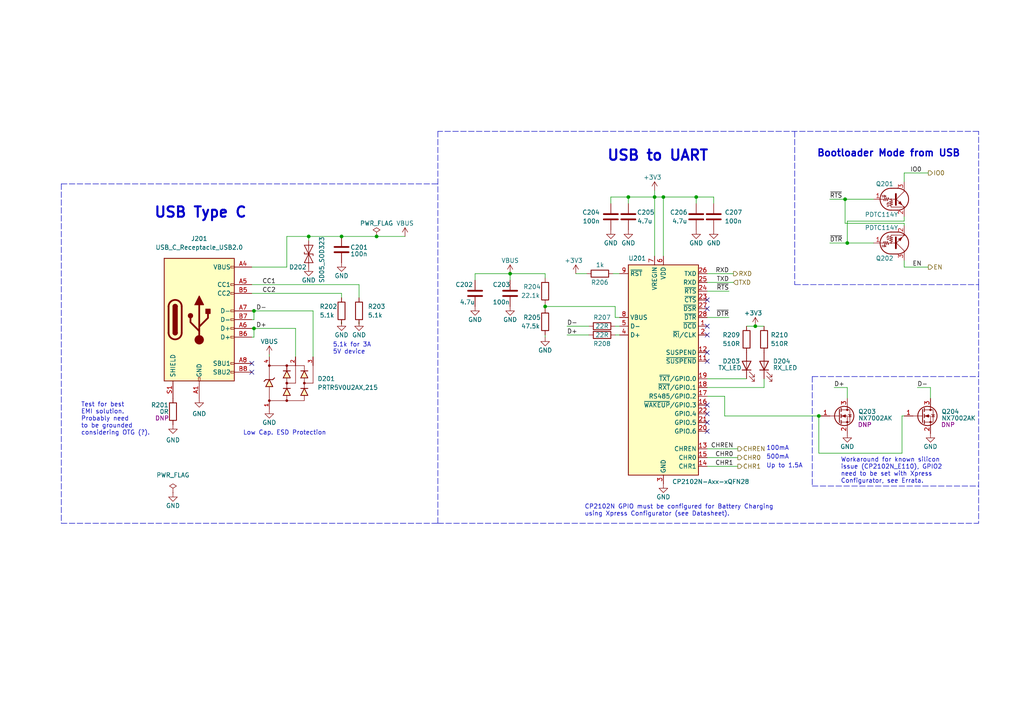
<source format=kicad_sch>
(kicad_sch (version 20211123) (generator eeschema)
  (paper "A4")
  (title_block (title "PS + USB") (date "2022-07-14") (rev "1.0") (company "Simone Tollardo"))
  (lib_symbols
    (symbol "Connector:USB_C_Receptacle_USB2.0" (pin_names (offset 1.016))
      (property "Reference" "J201" (at 0 23.495 0))
      (property "Value" "USB_C_Receptacle_USB2.0" (at 0 20.955 0))
      (symbol "USB_C_Receptacle_USB2.0_0_0"
        (rectangle (start -0.254 -17.78) (end 0.254 -16.764))
        (rectangle (start 10.16 -14.986) (end 9.144 -15.494))
        (rectangle (start 10.16 -12.446) (end 9.144 -12.954))
        (rectangle (start 10.16 -4.826) (end 9.144 -5.334))
        (rectangle (start 10.16 -2.286) (end 9.144 -2.794))
        (rectangle (start 10.16 0.254) (end 9.144 -0.254))
        (rectangle (start 10.16 2.794) (end 9.144 2.286))
        (rectangle (start 10.16 7.874) (end 9.144 7.366))
        (rectangle (start 10.16 10.414) (end 9.144 9.906))
        (rectangle (start 10.16 15.494) (end 9.144 14.986))
      )
      (symbol "USB_C_Receptacle_USB2.0_0_1"
        (rectangle (start -10.16 17.78) (end 10.16 -17.78) (stroke (width 0.254)) (fill (type background)))
        (arc (start -8.89 -3.81) (mid -6.985 -5.715) (end -5.08 -3.81) (stroke (width 0.508)))
        (arc (start -7.62 -3.81) (mid -6.985 -4.445) (end -6.35 -3.81) (stroke (width 0.254)))
        (arc (start -7.62 -3.81) (mid -6.985 -4.445) (end -6.35 -3.81) (stroke (width 0.254)) (fill (type outline)))
        (rectangle (start -7.62 -3.81) (end -6.35 3.81) (stroke (width 0.254)) (fill (type outline)))
        (arc (start -6.35 3.81) (mid -6.985 4.445) (end -7.62 3.81) (stroke (width 0.254)))
        (arc (start -6.35 3.81) (mid -6.985 4.445) (end -7.62 3.81) (stroke (width 0.254)) (fill (type outline)))
        (arc (start -5.08 3.81) (mid -6.985 5.715) (end -8.89 3.81) (stroke (width 0.508)))
        (circle (center -2.54 1.143) (radius 0.635) (stroke (width 0.254)) (fill (type outline)))
        (circle (center 0 -5.842) (radius 1.27) (fill (type outline)))
        (polyline (pts (xy -8.89 -3.81) (xy -8.89 3.81)) (stroke (width 0.508)))
        (polyline (pts (xy -5.08 3.81) (xy -5.08 -3.81)) (stroke (width 0.508)))
        (polyline (pts (xy 0 -5.842) (xy 0 4.318)) (stroke (width 0.508)))
        (polyline (pts (xy 0 -3.302) (xy -2.54 -0.762) (xy -2.54 0.508)) (stroke (width 0.508)))
        (polyline (pts (xy 0 -2.032) (xy 2.54 0.508) (xy 2.54 1.778)) (stroke (width 0.508)))
        (polyline (pts (xy -1.27 4.318) (xy 0 6.858) (xy 1.27 4.318) (xy -1.27 4.318)) (stroke (width 0.254)) (fill (type outline)))
        (rectangle (start 1.905 1.778) (end 3.175 3.048) (stroke (width 0.254)) (fill (type outline)))
      )
      (symbol "USB_C_Receptacle_USB2.0_1_1"
        (pin passive line (at 0 -22.86 90) (length 5.08) (name "GND") (number "A1"))
        (pin passive line (at 0 -22.86 90) (length 5.08) hide (name "GND") (number "A12"))
        (pin passive line (at 15.24 15.24 180) (length 5.08) (name "VBUS") (number "A4"))
        (pin bidirectional line (at 15.24 10.16 180) (length 5.08) (name "CC1") (number "A5"))
        (pin bidirectional line (at 15.24 -2.54 180) (length 5.08) (name "D+") (number "A6"))
        (pin bidirectional line (at 15.24 2.54 180) (length 5.08) (name "D-") (number "A7"))
        (pin bidirectional line (at 15.24 -12.7 180) (length 5.08) (name "SBU1") (number "A8"))
        (pin passive line (at 15.24 15.24 180) (length 5.08) hide (name "VBUS") (number "A9"))
        (pin passive line (at 0 -22.86 90) (length 5.08) hide (name "GND") (number "B1"))
        (pin passive line (at 0 -22.86 90) (length 5.08) hide (name "GND") (number "B12"))
        (pin passive line (at 15.24 15.24 180) (length 5.08) hide (name "VBUS") (number "B4"))
        (pin bidirectional line (at 15.24 7.62 180) (length 5.08) (name "CC2") (number "B5"))
        (pin bidirectional line (at 15.24 -5.08 180) (length 5.08) (name "D+") (number "B6"))
        (pin bidirectional line (at 15.24 0 180) (length 5.08) (name "D-") (number "B7"))
        (pin bidirectional line (at 15.24 -15.24 180) (length 5.08) (name "SBU2") (number "B8"))
        (pin passive line (at 15.24 15.24 180) (length 5.08) hide (name "VBUS") (number "B9"))
        (pin passive line (at -7.62 -22.86 90) (length 5.08) (name "SHIELD") (number "S1"))
      )
    )
    (symbol "Device:C" (pin_numbers hide) (pin_names (offset 0.254))
      (property "Reference" "C" (at 0.635 2.54 0))
      (property "Value" "C" (at 0.635 -2.54 0))
      (symbol "C_0_1"
        (polyline (pts (xy -2.032 -0.762) (xy 2.032 -0.762)) (stroke (width 0.508)))
        (polyline (pts (xy -2.032 0.762) (xy 2.032 0.762)) (stroke (width 0.508)))
      )
      (symbol "C_1_1"
        (pin passive line (at 0 3.81 270) (length 2.794) (name "~") (number "1"))
        (pin passive line (at 0 -3.81 90) (length 2.794) (name "~") (number "2"))
      )
    )
    (symbol "Device:LED" (pin_numbers hide) (pin_names (offset 1.016) hide)
      (property "Reference" "D" (at 0 2.54 0))
      (property "Value" "LED" (at 0 -2.54 0))
      (symbol "LED_0_1"
        (polyline (pts (xy -1.27 -1.27) (xy -1.27 1.27)) (stroke (width 0.254)))
        (polyline (pts (xy -1.27 0) (xy 1.27 0)))
        (polyline (pts (xy 1.27 -1.27) (xy 1.27 1.27) (xy -1.27 0) (xy 1.27 -1.27)) (stroke (width 0.254)))
        (polyline (pts (xy -3.048 -0.762) (xy -4.572 -2.286) (xy -3.81 -2.286) (xy -4.572 -2.286) (xy -4.572 -1.524)))
        (polyline (pts (xy -1.778 -0.762) (xy -3.302 -2.286) (xy -2.54 -2.286) (xy -3.302 -2.286) (xy -3.302 -1.524)))
      )
      (symbol "LED_1_1"
        (pin passive line (at -3.81 0 0) (length 2.54) (name "K") (number "1"))
        (pin passive line (at 3.81 0 180) (length 2.54) (name "A") (number "2"))
      )
    )
    (symbol "Device:Q_NMOS_GSD" (pin_names (offset 0) hide)
      (property "Reference" "Q" (at 5.08 1.27 0))
      (property "Value" "Q_NMOS_GSD" (at 5.08 -1.27 0))
      (symbol "Q_NMOS_GSD_0_1"
        (polyline (pts (xy 0.254 0) (xy -2.54 0)))
        (polyline (pts (xy 0.254 1.905) (xy 0.254 -1.905)) (stroke (width 0.254)))
        (polyline (pts (xy 0.762 -1.27) (xy 0.762 -2.286)) (stroke (width 0.254)))
        (polyline (pts (xy 0.762 0.508) (xy 0.762 -0.508)) (stroke (width 0.254)))
        (polyline (pts (xy 0.762 2.286) (xy 0.762 1.27)) (stroke (width 0.254)))
        (polyline (pts (xy 2.54 2.54) (xy 2.54 1.778)))
        (polyline (pts (xy 2.54 -2.54) (xy 2.54 0) (xy 0.762 0)))
        (polyline (pts (xy 0.762 -1.778) (xy 3.302 -1.778) (xy 3.302 1.778) (xy 0.762 1.778)))
        (polyline (pts (xy 1.016 0) (xy 2.032 0.381) (xy 2.032 -0.381) (xy 1.016 0)) (fill (type outline)))
        (polyline (pts (xy 2.794 0.508) (xy 2.921 0.381) (xy 3.683 0.381) (xy 3.81 0.254)))
        (polyline (pts (xy 3.302 0.381) (xy 2.921 -0.254) (xy 3.683 -0.254) (xy 3.302 0.381)))
        (circle (center 1.651 0) (radius 2.794) (stroke (width 0.254)))
        (circle (center 2.54 -1.778) (radius 0.254) (fill (type outline)))
        (circle (center 2.54 1.778) (radius 0.254) (fill (type outline)))
      )
      (symbol "Q_NMOS_GSD_1_1"
        (pin input line (at -5.08 0 0) (length 2.54) (name "G") (number "1"))
        (pin passive line (at 2.54 -5.08 90) (length 2.54) (name "S") (number "2"))
        (pin passive line (at 2.54 5.08 270) (length 2.54) (name "D") (number "3"))
      )
    )
    (symbol "Device:R" (pin_numbers hide) (pin_names (offset 0))
      (property "Reference" "R" (at 2.032 0 90))
      (property "Value" "R" (at 0 0 90))
      (symbol "R_0_1"
        (rectangle (start -1.016 -2.54) (end 1.016 2.54) (stroke (width 0.254)))
      )
      (symbol "R_1_1"
        (pin passive line (at 0 3.81 270) (length 1.27) (name "~") (number "1"))
        (pin passive line (at 0 -3.81 90) (length 1.27) (name "~") (number "2"))
      )
    )
    (symbol "Diode:SD05_SOD323" (pin_numbers hide) (pin_names (offset 1.016) hide)
      (property "Reference" "D" (at 0 2.54 0))
      (property "Value" "SD05_SOD323" (at 0 -2.54 0))
      (symbol "SD05_SOD323_0_1"
        (polyline (pts (xy 1.27 0) (xy -1.27 0)))
        (polyline (pts (xy -2.54 -1.27) (xy 0 0) (xy -2.54 1.27) (xy -2.54 -1.27)) (stroke (width 0.2032)))
        (polyline (pts (xy 0.508 1.27) (xy 0 1.27) (xy 0 -1.27) (xy -0.508 -1.27)) (stroke (width 0.2032)))
        (polyline (pts (xy 2.54 1.27) (xy 2.54 -1.27) (xy 0 0) (xy 2.54 1.27)) (stroke (width 0.2032)))
      )
      (symbol "SD05_SOD323_1_1"
        (pin passive line (at -3.81 0 0) (length 2.54) (name "A1") (number "1"))
        (pin passive line (at 3.81 0 180) (length 2.54) (name "A2") (number "2"))
      )
    )
    (symbol "ICCI-LIB:PRTR5V0U2AX,215" (pin_names (offset 1.016) hide)
      (property "Reference" "D" (at -2.54 -7.5438 0))
      (property "Value" "PRTR5V0U2AX,215" (at -2.54 -10.3124 0))
      (symbol "PRTR5V0U2AX,215_0_0"
        (circle (center -5.08 -5.08) (radius 0.254) (stroke (width 0.254)))
        (circle (center -5.08 5.08) (radius 0.254) (stroke (width 0.254)))
        (circle (center 0 -5.08) (radius 0.254) (stroke (width 0.254)))
        (polyline (pts (xy -6.096 1.016) (xy -6.604 0.508)) (stroke (width 0.254)))
        (polyline (pts (xy -6.096 1.016) (xy -5.08 1.016)) (stroke (width 0.254)))
        (polyline (pts (xy -5.08 -1.016) (xy -5.08 -7.62)) (stroke (width 0.1524)))
        (polyline (pts (xy -5.08 1.016) (xy -5.08 7.62)) (stroke (width 0.1524)))
        (polyline (pts (xy -5.08 1.016) (xy -4.064 1.016)) (stroke (width 0.254)))
        (polyline (pts (xy -4.064 1.016) (xy -3.556 1.524)) (stroke (width 0.254)))
        (polyline (pts (xy -1.016 -1.524) (xy 0 -1.524)) (stroke (width 0.254)))
        (polyline (pts (xy -1.016 3.556) (xy 0 3.556)) (stroke (width 0.254)))
        (polyline (pts (xy 0 -5.08) (xy -5.08 -5.08)) (stroke (width 0.1524)))
        (polyline (pts (xy 0 -3.556) (xy 0 -5.08)) (stroke (width 0.1524)))
        (polyline (pts (xy 0 -1.524) (xy 0 0)) (stroke (width 0.1524)))
        (polyline (pts (xy 0 -1.524) (xy 1.016 -1.524)) (stroke (width 0.254)))
        (polyline (pts (xy 0 0) (xy 0 1.524)) (stroke (width 0.1524)))
        (polyline (pts (xy 0 0) (xy 2.54 0)) (stroke (width 0.1524)))
        (polyline (pts (xy 0 3.556) (xy 0 5.08)) (stroke (width 0.254)))
        (polyline (pts (xy 0 3.556) (xy 1.016 3.556)) (stroke (width 0.254)))
        (polyline (pts (xy 0 5.08) (xy -5.08 5.08)) (stroke (width 0.1524)))
        (polyline (pts (xy 2.54 0) (xy 2.54 7.62)) (stroke (width 0.1524)))
        (polyline (pts (xy 4.064 -1.524) (xy 5.08 -1.524)) (stroke (width 0.254)))
        (polyline (pts (xy 4.064 3.556) (xy 5.08 3.556)) (stroke (width 0.254)))
        (polyline (pts (xy 5.08 -5.08) (xy 0 -5.08)) (stroke (width 0.1524)))
        (polyline (pts (xy 5.08 -3.556) (xy 5.08 -5.08)) (stroke (width 0.1524)))
        (polyline (pts (xy 5.08 -1.524) (xy 5.08 0)) (stroke (width 0.1524)))
        (polyline (pts (xy 5.08 -1.524) (xy 6.096 -1.524)) (stroke (width 0.254)))
        (polyline (pts (xy 5.08 0) (xy 5.08 1.524)) (stroke (width 0.1524)))
        (polyline (pts (xy 5.08 0) (xy 7.62 0)) (stroke (width 0.1524)))
        (polyline (pts (xy 5.08 3.556) (xy 5.08 5.08)) (stroke (width 0.1524)))
        (polyline (pts (xy 5.08 3.556) (xy 6.096 3.556)) (stroke (width 0.254)))
        (polyline (pts (xy 5.08 5.08) (xy 0 5.08)) (stroke (width 0.1524)))
        (polyline (pts (xy 7.62 0) (xy 7.62 7.62)) (stroke (width 0.1524)))
        (polyline (pts (xy -6.096 -1.016) (xy -5.08 1.016) (xy -4.064 -1.016) (xy -6.096 -1.016)) (stroke (width 0.254)) (fill (type background)))
        (polyline (pts (xy -1.016 -3.556) (xy 0 -1.524) (xy 1.016 -3.556) (xy -1.016 -3.556)) (stroke (width 0.254)) (fill (type background)))
        (polyline (pts (xy -1.016 1.524) (xy 0 3.556) (xy 1.016 1.524) (xy -1.016 1.524)) (stroke (width 0.254)) (fill (type background)))
        (polyline (pts (xy 4.064 -3.556) (xy 5.08 -1.524) (xy 6.096 -3.556) (xy 4.064 -3.556)) (stroke (width 0.254)) (fill (type background)))
        (polyline (pts (xy 4.064 1.524) (xy 5.08 3.556) (xy 6.096 1.524) (xy 4.064 1.524)) (stroke (width 0.254)) (fill (type background)))
        (circle (center 0 0) (radius 0.254) (stroke (width 0.254)))
        (circle (center 0 5.08) (radius 0.254) (stroke (width 0.254)))
        (circle (center 5.08 0) (radius 0.254) (stroke (width 0.254)))
        (pin passive line (at -5.08 -7.62 90) (length 2.54) (name "~") (number "1"))
        (pin passive line (at 2.54 7.62 270) (length 2.54) (name "~") (number "2"))
        (pin passive line (at 7.62 7.62 270) (length 2.54) (name "~") (number "3"))
        (pin passive line (at -5.08 7.62 270) (length 2.54) (name "~") (number "4"))
      )
    )
    (symbol "Interface_USB:CP2102N-Axx-xQFN28"
      (property "Reference" "U" (at -8.89 31.75 0))
      (property "Value" "CP2102N-Axx-xQFN28" (at 12.7 31.75 0))
      (symbol "CP2102N-Axx-xQFN28_0_1"
        (rectangle (start -10.16 30.48) (end 10.16 -30.48) (stroke (width 0.254)) (fill (type background)))
      )
      (symbol "CP2102N-Axx-xQFN28_1_1"
        (pin input line (at 12.7 12.7 180) (length 2.54) (name "~{DCD}") (number "1"))
        (pin no_connect line (at -10.16 -27.94 0) (length 2.54) hide (name "NC") (number "10"))
        (pin output line (at 12.7 2.54 180) (length 2.54) (name "~{SUSPEND}") (number "11"))
        (pin output line (at 12.7 5.08 180) (length 2.54) (name "SUSPEND") (number "12"))
        (pin output line (at 12.7 -22.86 180) (length 2.54) (name "CHREN") (number "13"))
        (pin output line (at 12.7 -27.94 180) (length 2.54) (name "CHR1") (number "14"))
        (pin output line (at 12.7 -25.4 180) (length 2.54) (name "CHR0") (number "15"))
        (pin bidirectional line (at 12.7 -10.16 180) (length 2.54) (name "~{WAKEUP}/GPIO.3") (number "16"))
        (pin bidirectional line (at 12.7 -7.62 180) (length 2.54) (name "RS485/GPIO.2") (number "17"))
        (pin bidirectional line (at 12.7 -5.08 180) (length 2.54) (name "~{RXT}/GPIO.1") (number "18"))
        (pin bidirectional line (at 12.7 -2.54 180) (length 2.54) (name "~{TXT}/GPIO.0") (number "19"))
        (pin bidirectional line (at 12.7 10.16 180) (length 2.54) (name "~{RI}/CLK") (number "2"))
        (pin bidirectional line (at 12.7 -17.78 180) (length 2.54) (name "GPIO.6") (number "20"))
        (pin bidirectional line (at 12.7 -15.24 180) (length 2.54) (name "GPIO.5") (number "21"))
        (pin bidirectional line (at 12.7 -12.7 180) (length 2.54) (name "GPIO.4") (number "22"))
        (pin input line (at 12.7 20.32 180) (length 2.54) (name "~{CTS}") (number "23"))
        (pin output line (at 12.7 22.86 180) (length 2.54) (name "~{RTS}") (number "24"))
        (pin input line (at 12.7 25.4 180) (length 2.54) (name "RXD") (number "25"))
        (pin output line (at 12.7 27.94 180) (length 2.54) (name "TXD") (number "26"))
        (pin input line (at 12.7 17.78 180) (length 2.54) (name "~{DSR}") (number "27"))
        (pin output line (at 12.7 15.24 180) (length 2.54) (name "~{DTR}") (number "28"))
        (pin passive line (at 0 -33.02 90) (length 2.54) hide (name "GND") (number "29"))
        (pin power_in line (at 0 -33.02 90) (length 2.54) (name "GND") (number "3"))
        (pin bidirectional line (at -12.7 10.16 0) (length 2.54) (name "D+") (number "4"))
        (pin bidirectional line (at -12.7 12.7 0) (length 2.54) (name "D-") (number "5"))
        (pin power_in line (at 0 33.02 270) (length 2.54) (name "VDD") (number "6"))
        (pin power_in line (at -2.54 33.02 270) (length 2.54) (name "VREGIN") (number "7"))
        (pin input line (at -12.7 15.24 0) (length 2.54) (name "VBUS") (number "8"))
        (pin input line (at -12.7 27.94 0) (length 2.54) (name "~{RST}") (number "9"))
      )
    )
    (symbol "Transistor_BJT:DTC114Y" (pin_names (offset 0) hide)
      (property "Reference" "Q" (at 5.08 1.905 0))
      (property "Value" "DTC114Y" (at 5.08 0 0))
      (symbol "DTC114Y_0_0"
        (text "10k" (at -3.302 0.889 0) (effects (font (size 0.508 0.508))))
        (text "47k" (at -2.159 -1.524 900) (effects (font (size 0.508 0.508))))
      )
      (symbol "DTC114Y_0_1"
        (circle (center -1.27 0) (radius 0.127))
        (arc (start -1.27 3.175) (mid -4.445 0) (end -1.27 -3.175) (stroke (width 0.254)))
        (polyline (pts (xy -3.429 0) (xy -3.81 0)))
        (polyline (pts (xy -1.27 -3.175) (xy 0.635 -3.175)) (stroke (width 0.254)))
        (polyline (pts (xy -1.27 3.175) (xy 0.635 3.175)) (stroke (width 0.254)))
        (polyline (pts (xy 0 -0.254) (xy 2.54 2.286)))
        (polyline (pts (xy 0.127 1.524) (xy 0.127 -1.651)) (stroke (width 0.508)) (fill (type outline)))
        (polyline (pts (xy 2.54 2.286) (xy 2.54 2.54)))
        (polyline (pts (xy 2.54 -2.286) (xy 0 0.254) (xy 0 0.254)))
        (polyline (pts (xy 0.889 -1.143) (xy 1.397 -0.635) (xy 1.905 -1.651) (xy 0.889 -1.143)) (fill (type outline)))
        (polyline (pts (xy 0 0) (xy -1.905 0) (xy -2.032 0.508) (xy -2.286 -0.508) (xy -2.54 0.508) (xy -2.794 -0.508) (xy -3.048 0.508) (xy -3.302 -0.508) (xy -3.429 0)))
        (polyline (pts (xy -1.27 0) (xy -1.27 -0.381) (xy -0.762 -0.508) (xy -1.778 -0.762) (xy -0.762 -1.016) (xy -1.778 -1.27) (xy -0.762 -1.524) (xy -1.778 -1.778) (xy -1.27 -1.905) (xy -1.27 -2.286) (xy 2.54 -2.286)))
        (arc (start 0.635 -3.175) (mid 3.81 0) (end 0.635 3.175) (stroke (width 0.254)))
        (circle (center 2.54 -2.286) (radius 0.127))
      )
      (symbol "DTC114Y_1_1"
        (pin input line (at -6.35 0 0) (length 2.54) (name "B") (number "1"))
        (pin passive line (at 2.54 -5.08 90) (length 2.54) (name "E") (number "2"))
        (pin passive line (at 2.54 5.08 270) (length 2.54) (name "C") (number "3"))
      )
    )
    (symbol "power:+3V3" (power) (pin_names (offset 0))
      (property "Value" "+3V3" (at 0 3.556 0))
      (symbol "+3V3_0_1"
        (polyline (pts (xy -0.762 1.27) (xy 0 2.54)))
        (polyline (pts (xy 0 0) (xy 0 2.54)))
        (polyline (pts (xy 0 2.54) (xy 0.762 1.27)))
      )
      (symbol "+3V3_1_1"
        (pin power_in line (at 0 0 90) (length 0) hide (name "+3V3") (number "1"))
      )
    )
    (symbol "power:GND" (power) (pin_names (offset 0))
      (property "Value" "GND" (at 0 -3.81 0))
      (symbol "GND_0_1"
        (polyline (pts (xy 0 0) (xy 0 -1.27) (xy 1.27 -1.27) (xy 0 -2.54) (xy -1.27 -1.27) (xy 0 -1.27)))
      )
      (symbol "GND_1_1"
        (pin power_in line (at 0 0 270) (length 0) hide (name "GND") (number "1"))
      )
    )
    (symbol "power:PWR_FLAG" (power) (pin_numbers hide) (pin_names (offset 0) hide)
      (property "Value" "PWR_FLAG" (at 0 3.81 0))
      (symbol "PWR_FLAG_0_0"
        (pin power_out line (at 0 0 90) (length 0) (name "pwr") (number "1"))
      )
      (symbol "PWR_FLAG_0_1"
        (polyline (pts (xy 0 0) (xy 0 1.27) (xy -1.016 1.905) (xy 0 2.54) (xy 1.016 1.905) (xy 0 1.27)))
      )
    )
    (symbol "power:VBUS" (power) (pin_names (offset 0))
      (property "Value" "VBUS" (at 0 3.81 0))
      (symbol "VBUS_0_1"
        (polyline (pts (xy -0.762 1.27) (xy 0 2.54)))
        (polyline (pts (xy 0 0) (xy 0 2.54)))
        (polyline (pts (xy 0 2.54) (xy 0.762 1.27)))
      )
      (symbol "VBUS_1_1"
        (pin power_in line (at 0 0 90) (length 0) hide (name "VBUS") (number "1"))
      )
    )
  )
  (junction (at 147.955 79.375))
  (junction (at 189.865 57.15))
  (junction (at 237.49 120.65))
  (junction (at 73.66 90.17))
  (junction (at 245.745 70.485))
  (junction (at 73.66 95.25))
  (junction (at 89.535 68.58))
  (junction (at 219.075 94.615))
  (junction (at 158.115 88.9))
  (junction (at 182.245 57.15))
  (junction (at 201.93 57.15))
  (junction (at 192.405 57.15))
  (junction (at 109.22 68.58))
  (junction (at 245.11 57.785))
  (junction (at 99.06 68.58))
  (no_connect (at 73.025 107.95))
  (no_connect (at 73.025 105.41))
  (no_connect (at 205.105 104.775))
  (no_connect (at 205.105 97.155))
  (no_connect (at 205.105 125.095))
  (no_connect (at 205.105 120.015))
  (no_connect (at 205.105 122.555))
  (no_connect (at 205.105 94.615))
  (no_connect (at 205.105 102.235))
  (no_connect (at 205.105 117.475))
  (no_connect (at 205.105 89.535))
  (no_connect (at 205.105 86.995))
  (wire (pts (xy 201.93 57.15) (xy 207.01 57.15)))
  (wire (pts (xy 104.14 93.345) (xy 104.14 93.98)))
  (polyline (pts (xy 283.845 82.55) (xy 283.845 38.1)))
  (wire (pts (xy 205.105 79.375) (xy 212.725 79.375)))
  (wire (pts (xy 262.255 75.565) (xy 262.255 77.47)))
  (wire (pts (xy 73.66 95.25) (xy 85.725 95.25)))
  (wire (pts (xy 164.465 94.615) (xy 170.815 94.615)))
  (wire (pts (xy 245.745 70.485) (xy 253.365 70.485)))
  (polyline (pts (xy 17.78 151.765) (xy 127 151.765)))
  (wire (pts (xy 137.795 81.28) (xy 137.795 79.375)))
  (wire (pts (xy 177.165 57.15) (xy 177.165 59.055)))
  (polyline (pts (xy 235.585 140.97) (xy 283.845 140.97)))
  (wire (pts (xy 210.185 114.935) (xy 210.185 120.65)))
  (polyline (pts (xy 230.505 82.55) (xy 283.845 82.55)))
  (wire (pts (xy 83.185 68.58) (xy 83.185 77.47)))
  (wire (pts (xy 182.245 57.15) (xy 189.865 57.15)))
  (wire (pts (xy 89.535 68.58) (xy 89.535 69.85)))
  (wire (pts (xy 178.435 97.155) (xy 179.705 97.155)))
  (polyline (pts (xy 235.585 109.22) (xy 235.585 140.97)))
  (polyline (pts (xy 17.78 53.34) (xy 127 53.34)))
  (wire (pts (xy 89.535 68.58) (xy 83.185 68.58)))
  (wire (pts (xy 73.66 90.17) (xy 90.805 90.17)))
  (wire (pts (xy 262.255 52.705) (xy 262.255 50.165)))
  (wire (pts (xy 182.245 57.15) (xy 177.165 57.15)))
  (wire (pts (xy 237.49 120.65) (xy 238.125 120.65)))
  (wire (pts (xy 205.105 84.455) (xy 211.455 84.455)))
  (wire (pts (xy 179.705 92.075) (xy 178.435 92.075)))
  (wire (pts (xy 158.115 88.265) (xy 158.115 88.9)))
  (wire (pts (xy 261.62 131.445) (xy 261.62 120.65)))
  (polyline (pts (xy 230.505 38.1) (xy 230.505 82.55)))
  (wire (pts (xy 78.105 103.505) (xy 78.105 102.87)))
  (polyline (pts (xy 127 38.1) (xy 127 151.765)))
  (wire (pts (xy 182.245 59.055) (xy 182.245 57.15)))
  (wire (pts (xy 245.11 57.785) (xy 253.365 57.785)))
  (polyline (pts (xy 127 151.765) (xy 283.845 151.765)))
  (wire (pts (xy 73.025 85.09) (xy 99.06 85.09)))
  (wire (pts (xy 262.255 64.77) (xy 245.11 64.77)))
  (wire (pts (xy 237.49 120.65) (xy 237.49 131.445)))
  (wire (pts (xy 201.93 59.055) (xy 201.93 57.15)))
  (wire (pts (xy 216.535 109.855) (xy 205.105 109.855)))
  (wire (pts (xy 189.865 55.245) (xy 189.865 57.15)))
  (wire (pts (xy 221.615 112.395) (xy 205.105 112.395)))
  (wire (pts (xy 216.535 94.615) (xy 219.075 94.615)))
  (wire (pts (xy 262.255 50.165) (xy 269.24 50.165)))
  (wire (pts (xy 189.865 57.15) (xy 192.405 57.15)))
  (wire (pts (xy 99.06 85.09) (xy 99.06 86.36)))
  (wire (pts (xy 266.065 112.395) (xy 269.875 112.395)))
  (wire (pts (xy 245.745 64.135) (xy 262.255 64.135)))
  (wire (pts (xy 189.865 57.15) (xy 189.865 74.295)))
  (wire (pts (xy 158.115 97.155) (xy 158.115 97.79)))
  (wire (pts (xy 109.22 68.58) (xy 117.475 68.58)))
  (wire (pts (xy 147.955 79.375) (xy 147.955 81.28)))
  (wire (pts (xy 73.66 92.71) (xy 73.66 90.17)))
  (polyline (pts (xy 17.78 53.34) (xy 17.78 151.765)))
  (wire (pts (xy 192.405 57.15) (xy 201.93 57.15)))
  (wire (pts (xy 158.115 80.645) (xy 158.115 79.375)))
  (wire (pts (xy 207.01 57.15) (xy 207.01 59.055)))
  (wire (pts (xy 205.105 114.935) (xy 210.185 114.935)))
  (wire (pts (xy 89.535 68.58) (xy 99.06 68.58)))
  (wire (pts (xy 178.435 94.615) (xy 179.705 94.615)))
  (polyline (pts (xy 283.845 38.1) (xy 127 38.1)))
  (wire (pts (xy 85.725 95.25) (xy 85.725 103.505)))
  (wire (pts (xy 205.105 92.075) (xy 211.455 92.075)))
  (wire (pts (xy 269.875 112.395) (xy 269.875 115.57)))
  (wire (pts (xy 73.025 97.79) (xy 73.66 97.79)))
  (wire (pts (xy 167.005 79.375) (xy 170.18 79.375)))
  (wire (pts (xy 262.255 62.865) (xy 262.255 64.135)))
  (wire (pts (xy 245.11 57.785) (xy 245.11 64.77)))
  (polyline (pts (xy 283.845 82.55) (xy 283.845 151.765)))
  (wire (pts (xy 164.465 97.155) (xy 170.815 97.155)))
  (wire (pts (xy 178.435 92.075) (xy 178.435 88.9)))
  (wire (pts (xy 219.075 94.615) (xy 221.615 94.615)))
  (wire (pts (xy 205.105 81.915) (xy 212.725 81.915)))
  (wire (pts (xy 104.14 82.55) (xy 104.14 86.36)))
  (wire (pts (xy 210.185 120.65) (xy 237.49 120.65)))
  (wire (pts (xy 245.745 64.135) (xy 245.745 70.485)))
  (wire (pts (xy 73.025 92.71) (xy 73.66 92.71)))
  (wire (pts (xy 261.62 120.65) (xy 262.255 120.65)))
  (wire (pts (xy 205.105 132.715) (xy 213.995 132.715)))
  (wire (pts (xy 147.955 79.375) (xy 158.115 79.375)))
  (wire (pts (xy 192.405 57.15) (xy 192.405 74.295)))
  (wire (pts (xy 73.025 77.47) (xy 83.185 77.47)))
  (wire (pts (xy 262.255 65.405) (xy 262.255 64.77)))
  (wire (pts (xy 205.105 130.175) (xy 213.995 130.175)))
  (wire (pts (xy 221.615 109.855) (xy 221.615 112.395)))
  (wire (pts (xy 73.025 95.25) (xy 73.66 95.25)))
  (wire (pts (xy 205.105 135.255) (xy 213.995 135.255)))
  (wire (pts (xy 241.935 112.395) (xy 245.745 112.395)))
  (wire (pts (xy 245.745 112.395) (xy 245.745 115.57)))
  (wire (pts (xy 73.025 82.55) (xy 104.14 82.55)))
  (wire (pts (xy 99.06 93.345) (xy 99.06 93.98)))
  (wire (pts (xy 262.255 77.47) (xy 269.24 77.47)))
  (wire (pts (xy 158.115 88.9) (xy 158.115 89.535)))
  (wire (pts (xy 137.795 79.375) (xy 147.955 79.375)))
  (wire (pts (xy 178.435 88.9) (xy 158.115 88.9)))
  (wire (pts (xy 237.49 131.445) (xy 261.62 131.445)))
  (polyline (pts (xy 235.585 109.22) (xy 283.845 109.22)))
  (wire (pts (xy 240.665 57.785) (xy 245.11 57.785)))
  (wire (pts (xy 240.665 70.485) (xy 245.745 70.485)))
  (wire (pts (xy 90.805 90.17) (xy 90.805 103.505)))
  (wire (pts (xy 73.025 90.17) (xy 73.66 90.17)))
  (wire (pts (xy 99.06 68.58) (xy 109.22 68.58)))
  (wire (pts (xy 73.66 97.79) (xy 73.66 95.25)))
  (wire (pts (xy 177.8 79.375) (xy 179.705 79.375)))
  (text "Test for best\nEMI solution.\nProbably need\nto be grounded\nconsidering OTG (?)." (at 23.495 126.365 0) (effects (font (size 1.27 1.27)) (justify left bottom)))
  (text "Workaround for known silicon\nissue (CP2102N_E110), GPIO2\nneed to be set with Xpress\nConfigurator, see Errata." (at 243.84 140.335 0) (effects (font (size 1.27 1.27)) (justify left bottom)))
  (text "USB Type C" (at 71.755 63.5 180) (effects (font (size 3 3) (thickness 0.5994) bold) (justify right bottom)))
  (text "CP2102N GPIO must be configured for Battery Charging\nusing Xpress Configurator (see Datasheet)." (at 169.545 149.86 0) (effects (font (size 1.27 1.27)) (justify left bottom)))
  (text "Bootloader Mode from USB" (at 236.855 45.72 0) (effects (font (size 2 2) (thickness 0.4) bold) (justify left bottom)))
  (text "Low Cap. ESD Protection" (at 70.485 126.365 0) (effects (font (size 1.27 1.27)) (justify left bottom)))
  (text "USB to UART" (at 175.895 46.99 0) (effects (font (size 3 3) (thickness 0.6) bold) (justify left bottom)))
  (text "500mA" (at 222.25 133.35 0) (effects (font (size 1.27 1.27)) (justify left bottom)))
  (text "Up to 1.5A" (at 222.25 135.89 0) (effects (font (size 1.27 1.27)) (justify left bottom)))
  (text "100mA" (at 222.25 130.81 0) (effects (font (size 1.27 1.27)) (justify left bottom)))
  (text "5.1k for 3A \n5V device" (at 96.52 102.87 0) (effects (font (size 1.27 1.27)) (justify left bottom)))
  (label "~{RTS}" (at 240.665 57.785 0))
  (label "D-" (at 266.065 112.395 0))
  (label "TXD" (at 211.455 81.915 180))
  (label "~{DTR}" (at 240.665 70.485 0))
  (label "EN" (at 267.335 77.47 180))
  (label "CC2" (at 80.01 85.09 180))
  (label "~{DTR}" (at 211.455 92.075 180))
  (label "CHR0" (at 212.725 132.715 180))
  (label "IO0" (at 267.335 50.165 180))
  (label "RXD" (at 211.455 79.375 180))
  (label "D+" (at 241.935 112.395 0))
  (label "~{RTS}" (at 211.455 84.455 180))
  (label "D-" (at 74.295 90.17 0))
  (label "CHREN" (at 212.725 130.175 180))
  (label "D-" (at 164.465 94.615 0))
  (label "CHR1" (at 212.725 135.255 180))
  (label "CC1" (at 80.01 82.55 180))
  (label "D+" (at 164.465 97.155 0))
  (label "D+" (at 74.295 95.25 0))
  (hierarchical_label "RXD" (shape output) (at 212.725 79.375 0))
  (hierarchical_label "IO0" (shape output) (at 269.24 50.165 0))
  (hierarchical_label "CHR1" (shape output) (at 213.995 135.255 0))
  (hierarchical_label "CHR0" (shape output) (at 213.995 132.715 0))
  (hierarchical_label "EN" (shape output) (at 269.24 77.47 0))
  (hierarchical_label "CHREN" (shape output) (at 213.995 130.175 0))
  (hierarchical_label "TXD" (shape input) (at 212.725 81.915 0))
  (symbol (lib_id "power:GND") (at 147.955 88.9 0) (unit 1)
    (property "Reference" "#PWR0213" (effects hide))
    (property "Value" "GND" (at 147.955 92.71 0))
  )
  (symbol (lib_id "Device:C") (at 177.165 62.865 0) (mirror y) (unit 1)
    (property "Reference" "C204" (at 173.99 61.5949 0) (effects (justify left)))
    (property "Value" "100n" (at 173.99 64.1349 0) (effects (justify left)))
    (property "Footprint" "Capacitor_SMD:C_0603_1608Metric" (effects hide))
  )
  (symbol (lib_id "Device:C") (at 201.93 62.865 0) (unit 1)
    (property "Reference" "C206" (at 194.31 61.595 0) (effects (justify left)))
    (property "Value" "4.7u" (at 194.945 64.135 0) (effects (justify left)))
    (property "Footprint" "Capacitor_SMD:C_0603_1608Metric" (effects hide))
  )
  (symbol (lib_id "power:+3V3") (at 219.075 94.615 0) (unit 1)
    (property "Reference" "#PWR0222" (effects hide))
    (property "Value" "+3V3" (at 218.44 90.805 0))
  )
  (symbol (lib_id "power:GND") (at 99.06 76.2 0) (unit 1)
    (property "Reference" "#PWR0207" (effects hide))
    (property "Value" "GND" (at 99.06 80.01 0))
  )
  (symbol (lib_id "power:+3V3") (at 167.005 79.375 0) (unit 1)
    (property "Reference" "#PWR0215" (effects hide))
    (property "Value" "+3V3" (at 166.37 75.565 0))
  )
  (symbol (lib_id "power:GND") (at 201.93 66.675 0) (unit 1)
    (property "Reference" "#PWR0220" (effects hide))
    (property "Value" "GND" (at 201.93 70.485 0))
  )
  (symbol (lib_id "Diode:SD05_SOD323") (at 89.535 73.66 90) (unit 1)
    (property "Reference" "D202" (at 83.82 77.47 90) (effects (justify right)))
    (property "Value" "SD05_SOD323" (at 93.345 68.58 0) (effects (justify right)))
    (property "Footprint" "Diode_SMD:D_SOD-323" (effects hide))
    (property "Datasheet" "https://www.littelfuse.com/~/media/electronics/datasheets/tvs_diode_arrays/littelfuse_tvs_diode_array_sd_c_datasheet.pdf.pdf" (effects hide))
  )
  (symbol (lib_id "Device:Q_NMOS_GSD") (at 267.335 120.65 0) (unit 1)
    (property "Reference" "Q204" (at 273.05 119.38 0) (effects (justify left)))
    (property "Value" "NX7002AK" (at 273.05 121.285 0) (effects (justify left)))
    (property "Footprint" "Package_TO_SOT_SMD:SOT-23" (effects hide))
    (property "Status" "DNP" (at 274.955 123.19 0))
  )
  (symbol (lib_id "power:GND") (at 245.745 125.73 0) (unit 1)
    (property "Reference" "#PWR0223" (effects hide))
    (property "Value" "GND" (at 245.745 129.54 0))
  )
  (symbol (lib_id "power:GND") (at 137.795 88.9 0) (unit 1)
    (property "Reference" "#PWR0211" (effects hide))
    (property "Value" "GND" (at 137.795 92.71 0))
  )
  (symbol (lib_id "Device:R") (at 221.615 98.425 0) (unit 1)
    (property "Reference" "R210" (at 223.52 97.1549 0) (effects (justify left)))
    (property "Value" "510R" (at 223.52 99.6949 0) (effects (justify left)))
    (property "Footprint" "Resistor_SMD:R_0603_1608Metric" (effects hide))
  )
  (symbol (lib_id "Device:R") (at 158.115 84.455 0) (unit 1)
    (property "Reference" "R204" (at 151.765 83.185 0) (effects (justify left)))
    (property "Value" "22.1k" (at 151.13 85.725 0) (effects (justify left)))
    (property "Footprint" "Resistor_SMD:R_0603_1608Metric" (effects hide))
  )
  (symbol (lib_id "Device:C") (at 182.245 62.865 0) (mirror y) (unit 1)
    (property "Reference" "C205" (at 189.865 61.595 0) (effects (justify left)))
    (property "Value" "4.7u" (at 189.23 64.135 0) (effects (justify left)))
    (property "Footprint" "Capacitor_SMD:C_0603_1608Metric" (effects hide))
  )
  (symbol (lib_id "power:GND") (at 158.115 97.79 0) (unit 1)
    (property "Reference" "#PWR0214" (effects hide))
    (property "Value" "GND" (at 158.115 101.6 0))
  )
  (symbol (lib_id "Device:R") (at 173.99 79.375 90) (unit 1)
    (property "Reference" "R206" (at 176.53 81.915 90) (effects (justify left)))
    (property "Value" "1k" (at 175.26 76.835 90) (effects (justify left)))
    (property "Footprint" "Resistor_SMD:R_0603_1608Metric" (effects hide))
  )
  (symbol (lib_id "power:GND") (at 207.01 66.675 0) (unit 1)
    (property "Reference" "#PWR0221" (effects hide))
    (property "Value" "GND" (at 207.01 70.485 0))
  )
  (symbol (lib_id "power:VBUS") (at 147.955 79.375 0) (unit 1)
    (property "Reference" "#PWR0212" (effects hide))
    (property "Value" "VBUS" (at 147.955 75.565 0))
  )
  (symbol (lib_id "power:GND") (at 104.14 93.345 0) (unit 1)
    (property "Reference" "#PWR0209" (effects hide))
    (property "Value" "GND" (at 104.14 97.155 0))
  )
  (symbol (lib_id "Device:R") (at 216.535 98.425 0) (unit 1)
    (property "Reference" "R209" (at 209.55 97.155 0) (effects (justify left)))
    (property "Value" "510R" (at 209.55 99.695 0) (effects (justify left)))
    (property "Footprint" "Resistor_SMD:R_0603_1608Metric" (effects hide))
  )
  (symbol (lib_id "Interface_USB:CP2102N-Axx-xQFN28") (at 192.405 107.315 0) (unit 1)
    (property "Reference" "U201" (at 182.245 74.93 0) (effects (justify left)))
    (property "Value" "CP2102N-Axx-xQFN28" (at 194.945 139.7 0) (effects (justify left)))
    (property "Footprint" "Package_DFN_QFN:QFN-28-1EP_5x5mm_P0.5mm_EP3.35x3.35mm" (effects hide))
    (property "Datasheet" "https://www.silabs.com/documents/public/data-sheets/cp2102n-datasheet.pdf" (effects hide))
  )
  (symbol (lib_id "Device:LED") (at 216.535 106.045 90) (unit 1)
    (property "Reference" "D203" (at 209.55 104.775 90) (effects (justify right)))
    (property "Value" "TX_LED" (at 208.28 106.68 90) (effects (justify right)))
    (property "Footprint" "LED_SMD:LED_0805_2012Metric" (effects hide))
  )
  (symbol (lib_id "power:GND") (at 78.105 118.745 0) (unit 1)
    (property "Reference" "#PWR0205" (effects hide))
    (property "Value" "GND" (at 78.105 122.555 0))
  )
  (symbol (lib_id "Device:R") (at 174.625 97.155 90) (unit 1)
    (property "Reference" "R208" (at 174.625 99.695 90))
    (property "Value" "22R" (at 174.625 97.155 90))
    (property "Footprint" "Resistor_SMD:R_0603_1608Metric" (effects hide))
  )
  (symbol (lib_id "Device:C") (at 137.795 85.09 0) (unit 1)
    (property "Reference" "C202" (at 132.08 82.55 0) (effects (justify left)))
    (property "Value" "4.7u" (at 133.35 87.63 0) (effects (justify left)))
    (property "Footprint" "Capacitor_SMD:C_0603_1608Metric" (effects hide))
  )
  (symbol (lib_id "Device:C") (at 147.955 85.09 0) (unit 1)
    (property "Reference" "C203" (at 142.875 82.55 0) (effects (justify left)))
    (property "Value" "100n" (at 142.875 87.63 0) (effects (justify left)))
    (property "Footprint" "Capacitor_SMD:C_0603_1608Metric" (effects hide))
  )
  (symbol (lib_id "Device:C") (at 207.01 62.865 0) (unit 1)
    (property "Reference" "C207" (at 210.185 61.5949 0) (effects (justify left)))
    (property "Value" "100n" (at 210.185 64.1349 0) (effects (justify left)))
    (property "Footprint" "Capacitor_SMD:C_0603_1608Metric" (effects hide))
  )
  (symbol (lib_id "power:GND") (at 50.165 142.875 0) (unit 1)
    (property "Reference" "#PWR0202" (effects hide))
    (property "Value" "GND" (at 50.165 146.685 0))
  )
  (symbol (lib_id "power:GND") (at 182.245 66.675 0) (mirror y) (unit 1)
    (property "Reference" "#PWR0217" (effects hide))
    (property "Value" "GND" (at 182.245 70.485 0))
  )
  (symbol (lib_id "Device:R") (at 158.115 93.345 0) (unit 1)
    (property "Reference" "R205" (at 151.765 92.075 0) (effects (justify left)))
    (property "Value" "47.5k" (at 151.13 94.615 0) (effects (justify left)))
    (property "Footprint" "Resistor_SMD:R_0603_1608Metric" (effects hide))
  )
  (symbol (lib_id "power:GND") (at 57.785 115.57 0) (unit 1)
    (property "Reference" "#PWR0203" (effects hide))
    (property "Value" "GND" (at 57.785 120.015 0))
  )
  (symbol (lib_id "power:GND") (at 99.06 93.345 0) (unit 1)
    (property "Reference" "#PWR0208" (effects hide))
    (property "Value" "GND" (at 99.06 97.155 0))
  )
  (symbol (lib_id "power:PWR_FLAG") (at 50.165 142.875 0) (unit 1)
    (property "Reference" "#FLG0201" (effects hide))
    (property "Value" "PWR_FLAG" (at 50.165 137.795 0))
  )
  (symbol (lib_id "ICCI-LIB:PRTR5V0U2AX,215") (at 83.185 111.125 0) (unit 1)
    (property "Reference" "D201" (at 92.075 109.8549 0) (effects (justify left)))
    (property "Value" "PRTR5V0U2AX,215" (at 92.075 112.3949 0) (effects (justify left)))
    (property "Footprint" "Package_TO_SOT_SMD:SOT-143" (effects hide))
  )
  (symbol (lib_id "power:GND") (at 192.405 140.335 0) (unit 1)
    (property "Reference" "#PWR0219" (effects hide))
    (property "Value" "GND" (at 192.405 144.145 0))
  )
  (symbol (lib_id "Device:C") (at 99.06 72.39 0) (unit 1)
    (property "Reference" "C201" (at 101.6 71.755 0) (effects (justify left)))
    (property "Value" "100n" (at 101.6 73.66 0) (effects (justify left)))
    (property "Footprint" "Capacitor_SMD:C_0603_1608Metric" (effects hide))
  )
  (symbol (lib_id "power:GND") (at 89.535 77.47 0) (unit 1)
    (property "Reference" "#PWR0206" (effects hide))
    (property "Value" "GND" (at 89.535 81.28 0))
  )
  (symbol (lib_id "power:VBUS") (at 117.475 68.58 0) (unit 1)
    (property "Reference" "#PWR0210" (effects hide))
    (property "Value" "VBUS" (at 117.475 64.77 0))
  )
  (symbol (lib_id "Device:LED") (at 221.615 106.045 90) (unit 1)
    (property "Reference" "D204" (at 224.155 104.775 90) (effects (justify right)))
    (property "Value" "RX_LED" (at 224.155 106.68 90) (effects (justify right)))
    (property "Footprint" "LED_SMD:LED_0805_2012Metric" (effects hide))
  )
  (symbol (lib_id "Device:Q_NMOS_GSD") (at 243.205 120.65 0) (unit 1)
    (property "Reference" "Q203" (at 248.92 119.38 0) (effects (justify left)))
    (property "Value" "NX7002AK" (at 248.92 121.285 0) (effects (justify left)))
    (property "Footprint" "Package_TO_SOT_SMD:SOT-23" (effects hide))
    (property "Status" "DNP" (at 250.825 123.19 0))
  )
  (symbol (lib_id "power:+3V3") (at 189.865 55.245 0) (unit 1)
    (property "Reference" "#PWR0218" (effects hide))
    (property "Value" "+3V3" (at 189.23 51.435 0))
  )
  (symbol (lib_id "Device:R") (at 50.165 119.38 180) (unit 1)
    (property "Reference" "R201" (at 46.355 117.475 0))
    (property "Value" "0R" (at 47.625 119.38 0))
    (property "Footprint" "Resistor_SMD:R_0603_1608Metric" (effects hide))
    (property "Place" "DNP" (at 46.99 121.285 0))
  )
  (symbol (lib_id "power:GND") (at 50.165 123.19 0) (unit 1)
    (property "Reference" "#PWR0201" (effects hide))
    (property "Value" "GND" (at 50.165 127.635 0))
  )
  (symbol (lib_id "power:GND") (at 269.875 125.73 0) (unit 1)
    (property "Reference" "#PWR0224" (effects hide))
    (property "Value" "GND" (at 269.875 129.54 0))
  )
  (symbol (lib_id "Device:R") (at 104.14 90.17 0) (unit 1)
    (property "Reference" "R203" (at 106.68 88.8999 0) (effects (justify left)))
    (property "Value" "5.1k" (at 106.68 91.4399 0) (effects (justify left)))
    (property "Footprint" "Resistor_SMD:R_0603_1608Metric" (effects hide))
  )
  (symbol (lib_id "Transistor_BJT:DTC114Y") (at 259.715 70.485 0) (mirror x) (unit 1)
    (property "Reference" "Q202" (at 254 74.93 0) (effects (justify left)))
    (property "Value" "PDTC114Y" (at 250.825 66.04 0) (effects (justify left)))
    (property "Footprint" "Package_TO_SOT_SMD:SOT-23" (effects hide))
  )
  (symbol (lib_id "power:PWR_FLAG") (at 109.22 68.58 0) (unit 1)
    (property "Reference" "#FLG0202" (effects hide))
    (property "Value" "PWR_FLAG" (at 109.22 64.77 0))
  )
  (symbol (lib_id "power:VBUS") (at 78.105 102.87 0) (unit 1)
    (property "Reference" "#PWR0204" (effects hide))
    (property "Value" "VBUS" (at 78.105 99.06 0))
  )
  (symbol (lib_id "Transistor_BJT:DTC114Y") (at 259.715 57.785 0) (unit 1)
    (property "Reference" "Q201" (at 254 53.34 0) (effects (justify left)))
    (property "Value" "PDTC114Y" (at 250.825 62.23 0) (effects (justify left)))
    (property "Footprint" "Package_TO_SOT_SMD:SOT-23" (effects hide))
  )
  (symbol (lib_id "power:GND") (at 177.165 66.675 0) (mirror y) (unit 1)
    (property "Reference" "#PWR0216" (effects hide))
    (property "Value" "GND" (at 177.165 70.485 0))
  )
  (symbol (lib_id "Device:R") (at 174.625 94.615 90) (unit 1)
    (property "Reference" "R207" (at 174.625 92.075 90))
    (property "Value" "22R" (at 174.625 94.615 90))
    (property "Footprint" "Resistor_SMD:R_0603_1608Metric" (effects hide))
  )
  (symbol (lib_id "Device:R") (at 99.06 90.17 0) (unit 1)
    (property "Reference" "R202" (at 92.71 88.9 0) (effects (justify left)))
    (property "Value" "5.1k" (at 92.71 91.44 0) (effects (justify left)))
    (property "Footprint" "Resistor_SMD:R_0603_1608Metric" (effects hide))
  )
  (symbol (lib_id "Connector:USB_C_Receptacle_USB2.0") (at 57.785 92.71 0) (unit 1)
    (property "Reference" "J201" (at 57.785 69.215 0))
    (property "Value" "USB_C_Receptacle_USB2.0" (at 57.785 71.755 0))
    (property "Footprint" "ICCI-LIB:USB_C_Receptacle_Amphenol_12401548E4-2A" (effects hide))
    (property "Datasheet" "https://www.usb.org/sites/default/files/documents/usb_type-c.zip" (effects hide))
  )
)
</source>
